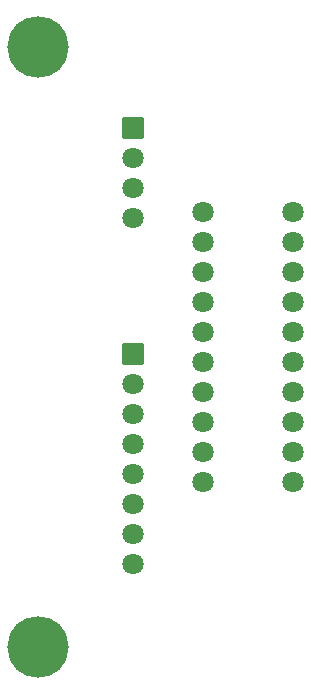
<source format=gts>
G04 Layer: TopSolderMaskLayer*
G04 Panelize: , Column: 2, Row: 2, Board Size: 27.94mm x 58.42mm, Panelized Board Size: 57.88mm x 118.84mm*
G04 EasyEDA v6.5.34, 2023-08-01 23:33:27*
G04 b51b2e2071534479880d9ec3b26c503f,5a6b42c53f6a479593ecc07194224c93,10*
G04 Gerber Generator version 0.2*
G04 Scale: 100 percent, Rotated: No, Reflected: No *
G04 Dimensions in millimeters *
G04 leading zeros omitted , absolute positions ,4 integer and 5 decimal *
%FSLAX45Y45*%
%MOMM*%

%AMMACRO1*1,1,$1,$2,$3*1,1,$1,$4,$5*1,1,$1,0-$2,0-$3*1,1,$1,0-$4,0-$5*20,1,$1,$2,$3,$4,$5,0*20,1,$1,$4,$5,0-$2,0-$3,0*20,1,$1,0-$2,0-$3,0-$4,0-$5,0*20,1,$1,0-$4,0-$5,$2,$3,0*4,1,4,$2,$3,$4,$5,0-$2,0-$3,0-$4,0-$5,$2,$3,0*%
%ADD10MACRO1,0.1016X-0.85X0.85X-0.85X-0.85*%
%ADD11C,1.8016*%
%ADD12C,5.2032*%

%LPD*%
D10*
G01*
X1179918Y4768888D03*
D11*
G01*
X1179931Y4514875D03*
G01*
X1179931Y4260875D03*
G01*
X1179931Y4006875D03*
D10*
G01*
X1179894Y2860280D03*
D11*
G01*
X1179906Y2606268D03*
G01*
X1179906Y2352268D03*
G01*
X1179906Y2098268D03*
G01*
X1179906Y1844268D03*
G01*
X1179906Y1590268D03*
G01*
X1179906Y1336268D03*
G01*
X1179906Y1082268D03*
D12*
G01*
X381000Y5461000D03*
G01*
X381000Y381000D03*
D11*
G01*
X1778000Y4064000D03*
G01*
X1778000Y3810000D03*
G01*
X1778000Y3556000D03*
G01*
X1778000Y3302000D03*
G01*
X1778000Y3048000D03*
G01*
X1778000Y2794000D03*
G01*
X1778000Y2540000D03*
G01*
X1778000Y2286000D03*
G01*
X1778000Y2032000D03*
G01*
X1778000Y1778000D03*
G01*
X2540000Y1778000D03*
G01*
X2540000Y2032000D03*
G01*
X2540000Y2286000D03*
G01*
X2540000Y2540000D03*
G01*
X2540000Y2794000D03*
G01*
X2540000Y3048000D03*
G01*
X2540000Y3302000D03*
G01*
X2540000Y3556000D03*
G01*
X2540000Y3810000D03*
G01*
X2540000Y4064000D03*
M02*

</source>
